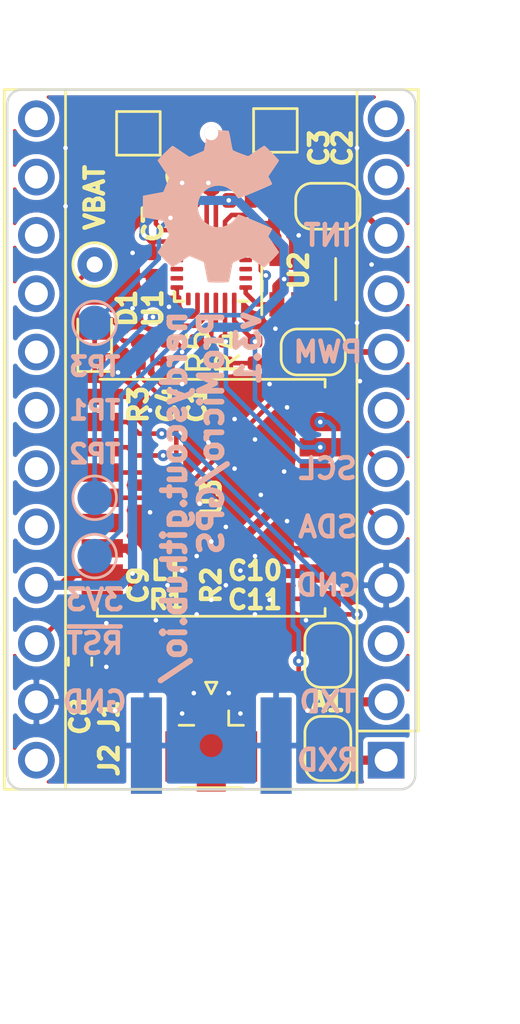
<source format=kicad_pcb>
(kicad_pcb (version 20171130) (host pcbnew 5.1.5)
  (title_block (title ProMicro_GPS) (date 2020-09-05) (rev v3.1))
  (layers (0 F.Cu mixed) (31 B.Cu mixed) (34 B.Paste user) (35 F.Paste user) (36 B.SilkS user) (37 F.SilkS user) (38 B.Mask user) (39 F.Mask user) (44 Edge.Cuts user))
  (net 0 "")
  (net 1 GND)
  (net 2 +3V3)
  (net 3 "Net-(L1-Pad1)")
  (net 4 "Net-(D1-Pad2)")
  (net 5 "Net-(C5-Pad1)")
  (net 6 "Net-(R1-Pad2)")
  (net 7 "Net-(TP1-Pad1)")
  (net 8 "Net-(TP2-Pad1)")
  (net 9 "Net-(TP3-Pad1)")
  (net 10 "Net-(JP1-Pad1)")
  (net 11 "Net-(JP2-Pad1)")
  (net 12 +1V8)
  (net 13 /INT)
  (net 14 /SCL)
  (net 15 /SDA)
  (net 16 /TXD)
  (net 17 /RXD)
  (net 18 /PWM)
  (net 19 /~RST)
  (net 20 "Net-(C10-Pad1)")
  (net 21 "Net-(C11-Pad1)")
  (net 22 "Net-(JP3-Pad1)")
  (net 23 "Net-(JP4-Pad2)")
  (net 24 "Net-(R3-Pad2)")
  (net 25 "Net-(TP4-Pad1)")
  (module Symbol:OSHW-Symbol_6.7x6mm_SilkScreen (layer B.Cu) (at 144.78 77.47 270)
    (fp_text reference LOGO2 hide)
    (fp_text value Logo_Open_Hardware_Small hide)
  )
  (module Resistor_SMD:R_0402_1005Metric (layer F.Cu) (at 145.415 83.82 90)
    (fp_text reference R5 (at 0 -1.17 90) (layer F.SilkS))
    (fp_text value 4k7)
    (pad 2 smd roundrect (at 0.485 0 90) (size 0.59 0.64) (layers F.Cu F.Paste F.Mask) (net 14 /SCL))
    (pad 1 smd roundrect (at -0.485 0 90) (size 0.59 0.64) (layers F.Cu F.Paste F.Mask) (net 2 +3V3))
  )
  (module Resistor_SMD:R_0402_1005Metric (layer F.Cu) (at 146.685 83.82 90)
    (fp_text reference R4 (at 0 -1.17 90) (layer F.SilkS))
    (fp_text value 4k7)
    (pad 2 smd roundrect (at 0.485 0 90) (size 0.59 0.64) (layers F.Cu F.Paste F.Mask) (net 15 /SDA))
    (pad 1 smd roundrect (at -0.485 0 90) (size 0.59 0.64) (layers F.Cu F.Paste F.Mask) (net 2 +3V3))
  )
  (module Module:Sparkfun_Pro_Micro (layer F.Cu) (at 152.4 101.6 180)
    (fp_text reference A1 (at 2.54 2.54 180) (layer F.SilkS) (effects (font (size 0.8 0.8) (thickness 0.2))))
    (fp_text value Sparkfun_Pro_Micro_3V3)
    (pad 24 thru_hole oval (at 15.24 0 180) (size 1.6 1.6) (drill 1) (layers *.Cu *.Mask))
    (pad 23 thru_hole oval (at 15.24 2.54 180) (size 1.6 1.6) (drill 1) (layers *.Cu *.Mask) (net 1 GND))
    (pad 22 thru_hole oval (at 15.24 5.08 180) (size 1.6 1.6) (drill 1) (layers *.Cu *.Mask) (net 19 /~RST))
    (pad 12 thru_hole oval (at 0 27.94 180) (size 1.6 1.6) (drill 1) (layers *.Cu *.Mask))
    (pad 21 thru_hole oval (at 15.24 7.62 180) (size 1.6 1.6) (drill 1) (layers *.Cu *.Mask) (net 2 +3V3))
    (pad 11 thru_hole oval (at 0 25.4 180) (size 1.6 1.6) (drill 1) (layers *.Cu *.Mask))
    (pad 20 thru_hole oval (at 15.24 10.16 180) (size 1.6 1.6) (drill 1) (layers *.Cu *.Mask))
    (pad 10 thru_hole oval (at 0 22.86 180) (size 1.6 1.6) (drill 1) (layers *.Cu *.Mask) (net 13 /INT))
    (pad 19 thru_hole oval (at 15.24 12.7 180) (size 1.6 1.6) (drill 1) (layers *.Cu *.Mask))
    (pad 9 thru_hole oval (at 0 20.32 180) (size 1.6 1.6) (drill 1) (layers *.Cu *.Mask))
    (pad 18 thru_hole oval (at 15.24 15.24 180) (size 1.6 1.6) (drill 1) (layers *.Cu *.Mask))
    (pad 8 thru_hole oval (at 0 17.78 180) (size 1.6 1.6) (drill 1) (layers *.Cu *.Mask) (net 18 /PWM))
    (pad 17 thru_hole oval (at 15.24 17.78 180) (size 1.6 1.6) (drill 1) (layers *.Cu *.Mask))
    (pad 7 thru_hole oval (at 0 15.24 180) (size 1.6 1.6) (drill 1) (layers *.Cu *.Mask))
    (pad 16 thru_hole oval (at 15.24 20.32 180) (size 1.6 1.6) (drill 1) (layers *.Cu *.Mask))
    (pad 6 thru_hole oval (at 0 12.7 180) (size 1.6 1.6) (drill 1) (layers *.Cu *.Mask) (net 14 /SCL))
    (pad 15 thru_hole oval (at 15.24 22.86 180) (size 1.6 1.6) (drill 1) (layers *.Cu *.Mask))
    (pad 5 thru_hole oval (at 0 10.16 180) (size 1.6 1.6) (drill 1) (layers *.Cu *.Mask) (net 15 /SDA))
    (pad 14 thru_hole oval (at 15.24 25.4 180) (size 1.6 1.6) (drill 1) (layers *.Cu *.Mask))
    (pad 4 thru_hole oval (at 0 7.62 180) (size 1.6 1.6) (drill 1) (layers *.Cu *.Mask) (net 1 GND))
    (pad 13 thru_hole oval (at 15.24 27.94 180) (size 1.6 1.6) (drill 1) (layers *.Cu *.Mask))
    (pad 3 thru_hole oval (at 0 5.08 180) (size 1.6 1.6) (drill 1) (layers *.Cu *.Mask))
    (pad 2 thru_hole oval (at 0 2.54 180) (size 1.6 1.6) (drill 1) (layers *.Cu *.Mask) (net 16 /TXD))
    (pad 1 thru_hole rect (at 0 0 180) (size 1.6 1.6) (drill 1) (layers *.Cu *.Mask) (net 17 /RXD))
  )
  (module MountingHole:MountingHole_2.1mm (layer F.Cu) (at 144.78 74.295)
    (fp_text reference H2 hide)
    (fp_text value MountingHole hide)
    (pad "" thru_hole circle (at 0 0) (size 0.6 0.6) (drill 0.6) (layers *.Cu *.Mask))
  )
  (module Package_TO_SOT_SMD:SOT-23-5 (layer F.Cu) (at 148.59 80.645 90)
    (fp_text reference U2 (at 0.381 0 270) (layer F.SilkS) (effects (font (size 0.8 0.8) (thickness 0.2))))
    (fp_text value AP2112K-1.8)
    (pad 5 smd rect (at 1.1 -0.95 90) (size 1.06 0.65) (layers F.Cu F.Paste F.Mask) (net 12 +1V8))
    (pad 4 smd rect (at 1.1 0.95 90) (size 1.06 0.65) (layers F.Cu F.Paste F.Mask))
    (pad 3 smd rect (at -1.1 0.95 90) (size 1.06 0.65) (layers F.Cu F.Paste F.Mask) (net 2 +3V3))
    (pad 2 smd rect (at -1.1 0 90) (size 1.06 0.65) (layers F.Cu F.Paste F.Mask) (net 1 GND))
    (pad 1 smd rect (at -1.1 -0.95 90) (size 1.06 0.65) (layers F.Cu F.Paste F.Mask) (net 2 +3V3))
  )
  (module Capacitor_SMD:C_0402_1005Metric (layer F.Cu) (at 147.574 77.724 90)
    (fp_text reference C3 (at 2.794 1.905 270) (layer F.SilkS) (effects (font (size 0.8 0.8) (thickness 0.2))))
    (fp_text value 100n)
    (pad 2 smd roundrect (at 0.485 0 90) (size 0.59 0.64) (layers F.Cu F.Paste F.Mask) (net 1 GND))
    (pad 1 smd roundrect (at -0.485 0 90) (size 0.59 0.64) (layers F.Cu F.Paste F.Mask) (net 12 +1V8))
  )
  (module Capacitor_SMD:C_0402_1005Metric (layer F.Cu) (at 150.876 80.01 90)
    (fp_text reference C2 (at 5.08 -0.381 90) (layer F.SilkS) (effects (font (size 0.8 0.8) (thickness 0.2))))
    (fp_text value 100n)
    (pad 2 smd roundrect (at 0.485 0 90) (size 0.59 0.64) (layers F.Cu F.Paste F.Mask) (net 1 GND))
    (pad 1 smd roundrect (at -0.485 0 90) (size 0.59 0.64) (layers F.Cu F.Paste F.Mask) (net 2 +3V3))
  )
  (module Capacitor_SMD:C_0402_1005Metric (layer F.Cu) (at 144.145 83.82 270)
    (fp_text reference C1 (at 2.286 0 270) (layer F.SilkS) (effects (font (size 0.8 0.8) (thickness 0.2))))
    (fp_text value 100n hide)
    (pad 2 smd roundrect (at 0.485 0 270) (size 0.59 0.64) (layers F.Cu F.Paste F.Mask) (net 1 GND))
    (pad 1 smd roundrect (at -0.485 0 270) (size 0.59 0.64) (layers F.Cu F.Paste F.Mask) (net 2 +3V3))
  )
  (module TestPoint:TestPoint_Pad_D1.5mm (layer B.Cu) (at 139.7 92.71)
    (fp_text reference TP2 (at 0 -4.445) (layer B.SilkS) (effects (font (size 0.8 0.8) (thickness 0.2)) (justify mirror)))
    (fp_text value AUX_SCL)
    (pad 1 smd circle (at 0 0) (size 1.5 1.5) (layers B.Cu B.Mask) (net 8 "Net-(TP2-Pad1)"))
  )
  (module TestPoint:TestPoint_Pad_D1.5mm (layer B.Cu) (at 139.7 90.17)
    (fp_text reference TP1 (at 0 -3.81) (layer B.SilkS) (effects (font (size 0.8 0.8) (thickness 0.2)) (justify mirror)))
    (fp_text value AUX_SDA)
    (pad 1 smd circle (at 0 0) (size 1.5 1.5) (layers B.Cu B.Mask) (net 7 "Net-(TP1-Pad1)"))
  )
  (module TestPoint:TestPoint_Pad_D1.5mm (layer B.Cu) (at 139.7 82.55)
    (fp_text reference TP3 (at 0 1.905 180) (layer B.SilkS) (effects (font (size 0.8 0.8) (thickness 0.2)) (justify mirror)))
    (fp_text value FSYNC)
    (pad 1 smd circle (at 0 0) (size 1.5 1.5) (layers B.Cu B.Mask) (net 9 "Net-(TP3-Pad1)"))
  )
  (module TestPoint:TestPoint_THTPad_D1.5mm_Drill0.7mm (layer F.Cu) (at 139.7 80.01)
    (fp_text reference TP4 hide)
    (fp_text value VBAT (at 0 -2.921 90) (layer F.SilkS) (effects (font (size 0.8 0.8) (thickness 0.2))))
    (pad 1 thru_hole circle (at 0 0) (size 1.5 1.5) (drill 0.7) (layers *.Cu *.Mask) (net 25 "Net-(TP4-Pad1)"))
  )
  (module Jumper:SolderJumper-2_P1.3mm_Open_RoundedPad1.0x1.5mm (layer F.Cu) (at 149.86 77.47)
    (fp_text reference JP1 hide)
    (fp_text value SolderJumper_2_Open hide)
    (pad 2 smd custom (at 0.65 0) (size 1 0.5) (layers F.Cu F.Mask) (net 13 /INT) (options (clearance outline) (anchor rect)) (primitives (gr_circle (center 0 0.25) (end 0.5 0.25) (width 0)) (gr_circle (center 0 -0.25) (end 0.5 -0.25) (width 0)) (gr_poly (pts (xy 0 -0.75) (xy -0.5 -0.75) (xy -0.5 0.75) (xy 0 0.75)) (width 0))))
    (pad 1 smd custom (at -0.65 0) (size 1 0.5) (layers F.Cu F.Mask) (net 10 "Net-(JP1-Pad1)") (options (clearance outline) (anchor rect)) (primitives (gr_circle (center 0 0.25) (end 0.5 0.25) (width 0)) (gr_circle (center 0 -0.25) (end 0.5 -0.25) (width 0)) (gr_poly (pts (xy 0 -0.75) (xy 0.5 -0.75) (xy 0.5 0.75) (xy 0 0.75)) (width 0))))
  )
  (module Jumper:SolderJumper-2_P1.3mm_Bridged_RoundedPad1.0x1.5mm (layer F.Cu) (at 149.86 97.028 270)
    (fp_text reference JP3 hide)
    (fp_text value Jumper_NC_Small hide)
    (fp_poly (pts (xy 0.25 -0.3) (xy -0.25 -0.3) (xy -0.25 0.3) (xy 0.25 0.3)) (layer F.Cu) (width 0))
    (pad 1 smd custom (at -0.65 0 270) (size 1 0.5) (layers F.Cu F.Mask) (net 22 "Net-(JP3-Pad1)") (options (clearance outline) (anchor rect)) (primitives (gr_circle (center 0 0.25) (end 0.5 0.25) (width 0)) (gr_circle (center 0 -0.25) (end 0.5 -0.25) (width 0)) (gr_poly (pts (xy 0 -0.75) (xy 0.5 -0.75) (xy 0.5 0.75) (xy 0 0.75)) (width 0))))
    (pad 2 smd custom (at 0.65 0 270) (size 1 0.5) (layers F.Cu F.Mask) (net 16 /TXD) (options (clearance outline) (anchor rect)) (primitives (gr_circle (center 0 0.25) (end 0.5 0.25) (width 0)) (gr_circle (center 0 -0.25) (end 0.5 -0.25) (width 0)) (gr_poly (pts (xy 0 -0.75) (xy -0.5 -0.75) (xy -0.5 0.75) (xy 0 0.75)) (width 0))))
  )
  (module Capacitor_SMD:C_0402_1005Metric (layer F.Cu) (at 142.875 83.82 270)
    (fp_text reference C4 (at 2.286 0 90) (layer F.SilkS) (effects (font (size 0.8 0.8) (thickness 0.2))))
    (fp_text value 100n hide)
    (pad 2 smd roundrect (at 0.485 0 270) (size 0.59 0.64) (layers F.Cu F.Paste F.Mask) (net 1 GND))
    (pad 1 smd roundrect (at -0.485 0 270) (size 0.59 0.64) (layers F.Cu F.Paste F.Mask) (net 2 +3V3))
  )
  (module Capacitor_SMD:C_0402_1005Metric (layer F.Cu) (at 142.24 80.01 270)
    (fp_text reference C7 (at -1.778 0 270) (layer F.SilkS) (effects (font (size 0.8 0.8) (thickness 0.2))))
    (fp_text value 100n hide)
    (pad 2 smd roundrect (at 0.485 0 270) (size 0.59 0.64) (layers F.Cu F.Paste F.Mask) (net 1 GND))
    (pad 1 smd roundrect (at -0.485 0 270) (size 0.59 0.64) (layers F.Cu F.Paste F.Mask) (net 2 +3V3))
  )
  (module Capacitor_SMD:C_0402_1005Metric (layer F.Cu) (at 141.097 97.005 270)
    (fp_text reference C9 (at -3.025 -0.508 90) (layer F.SilkS) (effects (font (size 0.8 0.8) (thickness 0.2))))
    (fp_text value 100n hide)
    (pad 2 smd roundrect (at 0.485 0 270) (size 0.59 0.64) (layers F.Cu F.Paste F.Mask) (net 1 GND))
    (pad 1 smd roundrect (at -0.485 0 270) (size 0.59 0.64) (layers F.Cu F.Paste F.Mask) (net 2 +3V3))
  )
  (module Jumper:SolderJumper-2_P1.3mm_Open_RoundedPad1.0x1.5mm (layer F.Cu) (at 149.225 83.82 180)
    (fp_text reference JP4 hide)
    (fp_text value SolderJumper_2_Open hide)
    (pad 2 smd custom (at 0.65 0 180) (size 1 0.5) (layers F.Cu F.Mask) (net 23 "Net-(JP4-Pad2)") (options (clearance outline) (anchor rect)) (primitives (gr_circle (center 0 0.25) (end 0.5 0.25) (width 0)) (gr_circle (center 0 -0.25) (end 0.5 -0.25) (width 0)) (gr_poly (pts (xy 0 -0.75) (xy -0.5 -0.75) (xy -0.5 0.75) (xy 0 0.75)) (width 0))))
    (pad 1 smd custom (at -0.65 0 180) (size 1 0.5) (layers F.Cu F.Mask) (net 18 /PWM) (options (clearance outline) (anchor rect)) (primitives (gr_circle (center 0 0.25) (end 0.5 0.25) (width 0)) (gr_circle (center 0 -0.25) (end 0.5 -0.25) (width 0)) (gr_poly (pts (xy 0 -0.75) (xy 0.5 -0.75) (xy 0.5 0.75) (xy 0 0.75)) (width 0))))
  )
  (module TestPoint:TestPoint_Pad_1.5x1.5mm (layer F.Cu) (at 147.574 74.168 90)
    (fp_text reference TP6 hide)
    (fp_text value TestPoint hide)
    (pad 1 smd rect (at 0 0 90) (size 1.5 1.5) (layers F.Cu F.Mask) (net 1 GND))
  )
  (module TestPoint:TestPoint_Pad_1.5x1.5mm (layer F.Cu) (at 141.605 74.295)
    (fp_text reference TP5 hide)
    (fp_text value TestPoint hide)
    (pad 1 smd rect (at 0 0) (size 1.5 1.5) (layers F.Cu F.Mask) (net 1 GND))
  )
  (module Capacitor_SMD:C_0402_1005Metric (layer F.Cu) (at 146.05 77.216)
    (fp_text reference C6 (at 0 -1.016 180) (layer F.SilkS) (effects (font (size 0.8 0.8) (thickness 0.2))))
    (fp_text value 10n hide)
    (pad 2 smd roundrect (at 0.485 0) (size 0.59 0.64) (layers F.Cu F.Paste F.Mask) (net 1 GND))
    (pad 1 smd roundrect (at -0.485 0) (size 0.59 0.64) (layers F.Cu F.Paste F.Mask) (net 2 +3V3))
  )
  (module Capacitor_SMD:C_0402_1005Metric (layer F.Cu) (at 143.51 77.216 180)
    (fp_text reference C5 (at 0 1.016 180) (layer F.SilkS) (effects (font (size 0.8 0.8) (thickness 0.2))))
    (fp_text value 100n hide)
    (pad 2 smd roundrect (at 0.485 0 180) (size 0.59 0.64) (layers F.Cu F.Paste F.Mask) (net 1 GND))
    (pad 1 smd roundrect (at -0.485 0 180) (size 0.59 0.64) (layers F.Cu F.Paste F.Mask) (net 5 "Net-(C5-Pad1)"))
  )
  (module Sensor_Motion:InvenSense_QFN-24_3x3mm_P0.4mm (layer F.Cu) (at 144.78 80.01 180)
    (fp_text reference U1 (at 2.54 -1.905 270) (layer F.SilkS) (effects (font (size 0.8 0.8) (thickness 0.2))))
    (fp_text value MPU-9250 hide)
    (pad 24 smd roundrect (at -1 -1.5 270) (size 0.55 0.2) (layers F.Cu F.Paste F.Mask) (net 15 /SDA))
    (pad 23 smd roundrect (at -0.6 -1.5 270) (size 0.55 0.2) (layers F.Cu F.Paste F.Mask) (net 14 /SCL))
    (pad 22 smd roundrect (at -0.2 -1.5 270) (size 0.55 0.2) (layers F.Cu F.Paste F.Mask) (net 2 +3V3))
    (pad 21 smd roundrect (at 0.2 -1.5 270) (size 0.55 0.2) (layers F.Cu F.Paste F.Mask) (net 7 "Net-(TP1-Pad1)"))
    (pad 20 smd roundrect (at 0.6 -1.5 270) (size 0.55 0.2) (layers F.Cu F.Paste F.Mask) (net 1 GND))
    (pad 19 smd roundrect (at 1 -1.5 270) (size 0.55 0.2) (layers F.Cu F.Paste F.Mask))
    (pad 18 smd roundrect (at 1.5 -1 180) (size 0.55 0.2) (layers F.Cu F.Paste F.Mask) (net 1 GND))
    (pad 17 smd roundrect (at 1.5 -0.6 180) (size 0.55 0.2) (layers F.Cu F.Paste F.Mask))
    (pad 16 smd roundrect (at 1.5 -0.2 180) (size 0.55 0.2) (layers F.Cu F.Paste F.Mask))
    (pad 15 smd roundrect (at 1.5 0.2 180) (size 0.55 0.2) (layers F.Cu F.Paste F.Mask))
    (pad 14 smd roundrect (at 1.5 0.6 180) (size 0.55 0.2) (layers F.Cu F.Paste F.Mask))
    (pad 13 smd roundrect (at 1.5 1 180) (size 0.55 0.2) (layers F.Cu F.Paste F.Mask) (net 2 +3V3))
    (pad 12 smd roundrect (at 1 1.5 270) (size 0.55 0.2) (layers F.Cu F.Paste F.Mask) (net 10 "Net-(JP1-Pad1)"))
    (pad 11 smd roundrect (at 0.6 1.5 270) (size 0.55 0.2) (layers F.Cu F.Paste F.Mask) (net 9 "Net-(TP3-Pad1)"))
    (pad 10 smd roundrect (at 0.2 1.5 270) (size 0.55 0.2) (layers F.Cu F.Paste F.Mask) (net 5 "Net-(C5-Pad1)"))
    (pad 9 smd roundrect (at -0.2 1.5 270) (size 0.55 0.2) (layers F.Cu F.Paste F.Mask) (net 2 +3V3))
    (pad 8 smd roundrect (at -0.6 1.5 270) (size 0.55 0.2) (layers F.Cu F.Paste F.Mask) (net 12 +1V8))
    (pad 7 smd roundrect (at -1 1.5 270) (size 0.55 0.2) (layers F.Cu F.Paste F.Mask) (net 8 "Net-(TP2-Pad1)"))
    (pad 6 smd roundrect (at -1.5 1 180) (size 0.55 0.2) (layers F.Cu F.Paste F.Mask))
    (pad 5 smd roundrect (at -1.5 0.6 180) (size 0.55 0.2) (layers F.Cu F.Paste F.Mask))
    (pad 4 smd roundrect (at -1.5 0.2 180) (size 0.55 0.2) (layers F.Cu F.Paste F.Mask))
    (pad 3 smd roundrect (at -1.5 -0.2 180) (size 0.55 0.2) (layers F.Cu F.Paste F.Mask))
    (pad 2 smd roundrect (at -1.5 -0.6 180) (size 0.55 0.2) (layers F.Cu F.Paste F.Mask))
    (pad 1 smd roundrect (at -1.5 -1 180) (size 0.55 0.2) (layers F.Cu F.Paste F.Mask) (net 2 +3V3))
  )
  (module Jumper:SolderJumper-2_P1.3mm_Open_RoundedPad1.0x1.5mm (layer F.Cu) (at 149.86 101.092 270)
    (fp_text reference JP2 hide)
    (fp_text value Jumper_NO_Small hide)
    (pad 2 smd custom (at 0.65 0 270) (size 1 0.5) (layers F.Cu F.Mask) (net 17 /RXD) (options (clearance outline) (anchor rect)) (primitives (gr_circle (center 0 0.25) (end 0.5 0.25) (width 0)) (gr_circle (center 0 -0.25) (end 0.5 -0.25) (width 0)) (gr_poly (pts (xy 0 -0.75) (xy -0.5 -0.75) (xy -0.5 0.75) (xy 0 0.75)) (width 0))))
    (pad 1 smd custom (at -0.65 0 270) (size 1 0.5) (layers F.Cu F.Mask) (net 11 "Net-(JP2-Pad1)") (options (clearance outline) (anchor rect)) (primitives (gr_circle (center 0 0.25) (end 0.5 0.25) (width 0)) (gr_circle (center 0 -0.25) (end 0.5 -0.25) (width 0)) (gr_poly (pts (xy 0 -0.75) (xy 0.5 -0.75) (xy 0.5 0.75) (xy 0 0.75)) (width 0))))
  )
  (module Connector_Coaxial:U.FL_Hirose_U.FL-R-SMT-1_Vertical (layer F.Cu) (at 144.78 100.965 270)
    (fp_text reference J1 (at -1.27 4.445 90) (layer F.SilkS) (effects (font (size 0.8 0.8) (thickness 0.2))))
    (fp_text value uFL)
    (pad 2 smd rect (at 0.475 -1.475 270) (size 2.2 1.05) (layers F.Cu F.Paste F.Mask) (net 1 GND))
    (pad 1 smd rect (at -1.05 0 270) (size 1.05 1) (layers F.Cu F.Paste F.Mask) (net 21 "Net-(C11-Pad1)"))
    (pad 2 smd rect (at 0.475 1.475 270) (size 2.2 1.05) (layers F.Cu F.Paste F.Mask) (net 1 GND))
  )
  (module Resistor_SMD:R_0402_1005Metric (layer F.Cu) (at 141.605 83.82 270)
    (fp_text reference R3 (at 2.286 0 90) (layer F.SilkS) (effects (font (size 0.8 0.8) (thickness 0.2))))
    (fp_text value 1k hide)
    (pad 2 smd roundrect (at 0.485 0 270) (size 0.59 0.64) (layers F.Cu F.Paste F.Mask) (net 24 "Net-(R3-Pad2)"))
    (pad 1 smd roundrect (at -0.485 0 270) (size 0.59 0.64) (layers F.Cu F.Paste F.Mask) (net 4 "Net-(D1-Pad2)"))
  )
  (module LED_SMD:LED_0603_1608Metric (layer F.Cu) (at 139.7 83.185 90)
    (fp_text reference D1 (at 1.27 1.397 270) (layer F.SilkS) (effects (font (size 0.8 0.8) (thickness 0.2))))
    (fp_text value LED hide)
    (pad 2 smd roundrect (at 0.7875 0 90) (size 0.875 0.95) (layers F.Cu F.Paste F.Mask) (net 4 "Net-(D1-Pad2)"))
    (pad 1 smd roundrect (at -0.7875 0 90) (size 0.875 0.95) (layers F.Cu F.Paste F.Mask) (net 1 GND))
  )
  (module Capacitor_SMD:C_0603_1608Metric (layer F.Cu) (at 139.065 97.3075 270)
    (fp_text reference C8 (at 2.3875 0 90) (layer F.SilkS) (effects (font (size 0.8 0.8) (thickness 0.2))))
    (fp_text value 4,7µ hide)
    (pad 2 smd roundrect (at 0.7875 0 270) (size 0.875 0.95) (layers F.Cu F.Paste F.Mask) (net 1 GND))
    (pad 1 smd roundrect (at -0.7875 0 270) (size 0.875 0.95) (layers F.Cu F.Paste F.Mask) (net 2 +3V3))
  )
  (module Resistor_SMD:R_0402_1005Metric (layer F.Cu) (at 142.875 96.52)
    (fp_text reference R1 (at -0.023 -1.905) (layer F.SilkS) (effects (font (size 0.8 0.8) (thickness 0.2))))
    (fp_text value 10 hide)
    (pad 2 smd roundrect (at 0.485 0) (size 0.59 0.64) (layers F.Cu F.Paste F.Mask) (net 6 "Net-(R1-Pad2)"))
    (pad 1 smd roundrect (at -0.485 0) (size 0.59 0.64) (layers F.Cu F.Paste F.Mask) (net 3 "Net-(L1-Pad1)"))
  )
  (module Inductor_SMD:L_0402_1005Metric (layer F.Cu) (at 142.875 97.79)
    (fp_text reference L1 (at 0 -4.445) (layer F.SilkS) (effects (font (size 0.8 0.8) (thickness 0.2))))
    (fp_text value 27n hide)
    (pad 2 smd roundrect (at 0.485 0) (size 0.59 0.64) (layers F.Cu F.Paste F.Mask) (net 21 "Net-(C11-Pad1)"))
    (pad 1 smd roundrect (at -0.485 0) (size 0.59 0.64) (layers F.Cu F.Paste F.Mask) (net 3 "Net-(L1-Pad1)"))
  )
  (module Resistor_SMD:R_0402_1005Metric (layer F.Cu) (at 144.78 97.155 90)
    (fp_text reference R2 (at 3.175 0 90) (layer F.SilkS) (effects (font (size 0.8 0.8) (thickness 0.2))))
    (fp_text value 0 hide)
    (pad 2 smd roundrect (at 0.485 0 90) (size 0.59 0.64) (layers F.Cu F.Paste F.Mask) (net 20 "Net-(C10-Pad1)"))
    (pad 1 smd roundrect (at -0.485 0 90) (size 0.59 0.64) (layers F.Cu F.Paste F.Mask) (net 21 "Net-(C11-Pad1)"))
  )
  (module Capacitor_SMD:C_0402_1005Metric (layer F.Cu) (at 146.685 97.79)
    (fp_text reference C11 (at 0 -3.175 180) (layer F.SilkS) (effects (font (size 0.8 0.8) (thickness 0.2))))
    (fp_text value DNP hide)
    (pad 2 smd roundrect (at 0.485 0) (size 0.59 0.64) (layers F.Cu F.Paste F.Mask) (net 1 GND))
    (pad 1 smd roundrect (at -0.485 0) (size 0.59 0.64) (layers F.Cu F.Paste F.Mask) (net 21 "Net-(C11-Pad1)"))
  )
  (module Capacitor_SMD:C_0402_1005Metric (layer F.Cu) (at 146.685 96.52)
    (fp_text reference C10 (at 0 -3.175 180) (layer F.SilkS) (effects (font (size 0.8 0.8) (thickness 0.2))))
    (fp_text value DNP hide)
    (pad 2 smd roundrect (at 0.485 0) (size 0.59 0.64) (layers F.Cu F.Paste F.Mask) (net 1 GND))
    (pad 1 smd roundrect (at -0.485 0) (size 0.59 0.64) (layers F.Cu F.Paste F.Mask) (net 20 "Net-(C10-Pad1)"))
  )
  (module Connector_Coaxial:SMA_Samtec_SMA-J-P-H-ST-EM1_EdgeMount (layer F.Cu) (at 144.78 100.965 270)
    (fp_text reference J2 (at 0.635 4.445 90) (layer F.SilkS) (effects (font (size 0.8 0.8) (thickness 0.2))))
    (fp_text value Coax)
    (pad 1 smd rect (at 0.2 0) (size 1.27 3.6) (layers F.Cu F.Paste F.Mask) (net 21 "Net-(C11-Pad1)"))
    (pad 2 smd rect (at 0 -2.825) (size 1.35 4.2) (layers F.Cu F.Paste F.Mask) (net 1 GND))
    (pad 2 smd rect (at 0 2.825) (size 1.35 4.2) (layers F.Cu F.Paste F.Mask) (net 1 GND))
    (pad 2 smd rect (at 0 -2.825) (size 1.35 4.2) (layers B.Cu B.Paste B.Mask) (net 1 GND))
    (pad 2 smd rect (at 0 2.825) (size 1.35 4.2) (layers B.Cu B.Paste B.Mask) (net 1 GND))
  )
  (module RF_GPS:ublox_MAX (layer F.Cu) (at 144.78 90.17)
    (fp_text reference U3 (at 0 0 90 unlocked) (layer F.SilkS) (effects (font (size 0.8 0.8) (thickness 0.2))))
    (fp_text value SIM28ML)
    (pad 1 smd rect (at -4.75 -4.4) (size 1.8 0.7) (layers F.Cu F.Paste F.Mask) (net 1 GND))
    (pad 2 smd rect (at -4.75 -3.3) (size 1.8 0.8) (layers F.Cu F.Paste F.Mask) (net 22 "Net-(JP3-Pad1)"))
    (pad 3 smd rect (at -4.75 -2.2) (size 1.8 0.8) (layers F.Cu F.Paste F.Mask) (net 11 "Net-(JP2-Pad1)"))
    (pad 4 smd rect (at -4.75 -1.1) (size 1.8 0.8) (layers F.Cu F.Paste F.Mask) (net 24 "Net-(R3-Pad2)"))
    (pad 5 smd rect (at -4.75 0) (size 1.8 0.8) (layers F.Cu F.Paste F.Mask) (net 23 "Net-(JP4-Pad2)"))
    (pad 6 smd rect (at -4.75 1.1) (size 1.8 0.8) (layers F.Cu F.Paste F.Mask) (net 25 "Net-(TP4-Pad1)"))
    (pad 7 smd rect (at -4.75 2.2) (size 1.8 0.8) (layers F.Cu F.Paste F.Mask) (net 2 +3V3))
    (pad 8 smd rect (at -4.75 3.3) (size 1.8 0.8) (layers F.Cu F.Paste F.Mask) (net 2 +3V3))
    (pad 9 smd rect (at -4.75 4.4) (size 1.8 0.7) (layers F.Cu F.Paste F.Mask) (net 19 /~RST))
    (pad 10 smd rect (at 4.75 4.4) (size 1.8 0.7) (layers F.Cu F.Paste F.Mask) (net 1 GND))
    (pad 11 smd rect (at 4.75 3.3) (size 1.8 0.8) (layers F.Cu F.Paste F.Mask) (net 20 "Net-(C10-Pad1)"))
    (pad 12 smd rect (at 4.75 2.2) (size 1.8 0.8) (layers F.Cu F.Paste F.Mask) (net 1 GND))
    (pad 13 smd rect (at 4.75 1.1) (size 1.8 0.8) (layers F.Cu F.Paste F.Mask))
    (pad 14 smd rect (at 4.75 0) (size 1.8 0.8) (layers F.Cu F.Paste F.Mask) (net 6 "Net-(R1-Pad2)"))
    (pad 15 smd rect (at 4.75 -1.1) (size 1.8 0.8) (layers F.Cu F.Paste F.Mask))
    (pad 16 smd rect (at 4.75 -2.2) (size 1.8 0.8) (layers F.Cu F.Paste F.Mask) (net 15 /SDA))
    (pad 17 smd rect (at 4.75 -3.3) (size 1.8 0.8) (layers F.Cu F.Paste F.Mask) (net 14 /SCL))
    (pad 18 smd rect (at 4.75 -4.4) (size 1.8 0.7) (layers F.Cu F.Paste F.Mask))
  )
  (gr_text INT (at 149.86 78.74) (layer B.SilkS) (effects (font (size 0.9 0.9) (thickness 0.2)) (justify mirror)))
  (gr_text PWM (at 149.86 83.82) (layer B.SilkS) (effects (font (size 0.9 0.9) (thickness 0.2)) (justify mirror)))
  (gr_text 3V3 (at 139.7 94.615) (layer B.SilkS) (effects (font (size 0.9 0.9) (thickness 0.2)) (justify mirror)))
  (gr_text ~RST (at 139.7 96.52) (layer B.SilkS) (effects (font (size 0.9 0.9) (thickness 0.2)) (justify mirror)))
  (gr_text GND (at 139.7 99.06) (layer B.SilkS) (effects (font (size 0.9 0.9) (thickness 0.2)) (justify mirror)))
  (gr_text RXD (at 149.86 101.6) (layer B.SilkS) (effects (font (size 0.9 0.9) (thickness 0.2)) (justify mirror)))
  (gr_text TXD (at 149.86 99.06) (layer B.SilkS) (effects (font (size 0.9 0.9) (thickness 0.2)) (justify mirror)))
  (gr_text GND (at 149.86 93.98) (layer B.SilkS) (effects (font (size 0.9 0.9) (thickness 0.2)) (justify mirror)))
  (gr_text SDA (at 149.86 91.44) (layer B.SilkS) (effects (font (size 0.9 0.9) (thickness 0.2)) (justify mirror)))
  (gr_text SCL (at 149.86 88.9) (layer B.SilkS) (effects (font (size 0.9 0.9) (thickness 0.2)) (justify mirror)))
  (gr_line (start 153.67 73.025) (end 153.67 102.235) (layer Edge.Cuts) (width 0.1))
  (gr_text "nerdyscout.github.io/\nProMicro/GPS\nv3.1" (at 144.78 81.915 90) (layer B.SilkS) (effects (font (size 1 1) (thickness 0.25)) (justify left mirror)))
  (gr_arc (start 136.525 102.235) (end 135.89 102.235) (angle -90) (layer Edge.Cuts) (width 0.1))
  (gr_arc (start 136.525 73.025) (end 136.525 72.39) (angle -90) (layer Edge.Cuts) (width 0.1))
  (gr_arc (start 153.035 73.025) (end 153.67 73.025) (angle -90) (layer Edge.Cuts) (width 0.1))
  (gr_arc (start 153.035 102.235) (end 153.035 102.87) (angle -90) (layer Edge.Cuts) (width 0.1))
  (gr_line (start 136.525 72.39) (end 153.035 72.39) (layer Edge.Cuts) (width 0.1))
  (gr_line (start 135.89 102.235) (end 135.89 73.025) (layer Edge.Cuts) (width 0.1))
  (gr_line (start 153.035 102.87) (end 136.525 102.87) (layer Edge.Cuts) (width 0.1))
  (via (at 140.716 84.709) (size 0.45) (drill 0.2) (layers F.Cu B.Cu) (net 1))
  (via (at 144.018 98.679) (size 0.5) (drill 0.2) (layers F.Cu B.Cu) (net 1))
  (via (at 145.542 98.679) (size 0.5) (drill 0.2) (layers F.Cu B.Cu) (net 1))
  (via (at 146.05 99.568) (size 0.5) (drill 0.2) (layers F.Cu B.Cu) (net 1))
  (via (at 143.51 99.568) (size 0.5) (drill 0.2) (layers F.Cu B.Cu) (net 1))
  (via (at 148.082 91.186) (size 0.5) (drill 0.2) (layers F.Cu B.Cu) (net 1))
  (via (at 144.145 95.25) (size 0.5) (drill 0.2) (layers F.Cu B.Cu) (net 1))
  (via (at 142.367 95.504) (size 0.5) (drill 0.2) (layers F.Cu B.Cu) (net 1))
  (via (at 140.208 97.536) (size 0.5) (drill 0.2) (layers F.Cu B.Cu) (net 1))
  (via (at 144.272 90.424) (size 0.5) (drill 0.2) (layers F.Cu B.Cu) (net 1))
  (via (at 145.415 91.44) (size 0.5) (drill 0.2) (layers F.Cu B.Cu) (net 1))
  (via (at 151.257 85.09) (size 0.5) (drill 0.2) (layers F.Cu B.Cu) (net 1))
  (via (at 146.939 90.043) (size 0.5) (drill 0.2) (layers F.Cu B.Cu) (net 1))
  (via (at 145.796 88.9) (size 0.5) (drill 0.2) (layers F.Cu B.Cu) (net 1))
  (via (at 146.685 92.71) (size 0.5) (drill 0.2) (layers F.Cu B.Cu) (net 1))
  (via (at 142.875 93.98) (size 0.5) (drill 0.2) (layers F.Cu B.Cu) (net 1))
  (via (at 144.78 94.615) (size 0.5) (drill 0.2) (layers F.Cu B.Cu) (net 1))
  (via (at 145.415 93.98) (size 0.5) (drill 0.2) (layers F.Cu B.Cu) (net 1))
  (via (at 146.05 93.345) (size 0.5) (drill 0.2) (layers F.Cu B.Cu) (net 1))
  (via (at 144.78 92.075) (size 0.5) (drill 0.2) (layers F.Cu B.Cu) (net 1))
  (via (at 144.145 92.71) (size 0.5) (drill 0.2) (layers F.Cu B.Cu) (net 1))
  (via (at 143.51 93.345) (size 0.5) (drill 0.2) (layers F.Cu B.Cu) (net 1))
  (via (at 146.685 95.25) (size 0.5) (drill 0.2) (layers F.Cu B.Cu) (net 1))
  (via (at 147.32 94.615) (size 0.5) (drill 0.2) (layers F.Cu B.Cu) (net 1))
  (via (at 147.955 89.027) (size 0.5) (drill 0.2) (layers F.Cu B.Cu) (net 1))
  (via (at 148.971 99.441) (size 0.5) (drill 0.2) (layers F.Cu B.Cu) (net 1))
  (via (at 140.589 99.441) (size 0.5) (drill 0.2) (layers F.Cu B.Cu) (net 1))
  (via (at 148.082 86.233) (size 0.5) (drill 0.2) (layers F.Cu B.Cu) (net 1))
  (via (at 144.653 87.757) (size 0.5) (drill 0.2) (layers F.Cu B.Cu) (net 1))
  (via (at 140.208 95.631) (size 0.5) (drill 0.2) (layers F.Cu B.Cu) (net 1))
  (via (at 148.9075 95.504) (size 0.5) (drill 0.2) (layers F.Cu B.Cu) (net 1))
  (via (at 142.9385 81.8515) (size 0.45) (drill 0.2) (layers F.Cu B.Cu) (net 1))
  (via (at 142.113 86.36) (size 0.45) (drill 0.2) (layers F.Cu B.Cu) (net 1))
  (via (at 142.113 90.805) (size 0.45) (drill 0.2) (layers F.Cu B.Cu) (net 1))
  (via (at 143.51 85.217) (size 0.45) (drill 0.2) (layers F.Cu B.Cu) (net 1))
  (via (at 145.796 86.741) (size 0.45) (drill 0.2) (layers F.Cu B.Cu) (net 1))
  (via (at 146.685 87.63) (size 0.45) (drill 0.2) (layers F.Cu B.Cu) (net 1))
  (via (at 147.32 85.217) (size 0.45) (drill 0.2) (layers F.Cu B.Cu) (net 1))
  (via (at 147.574 82.804) (size 0.45) (drill 0.2) (layers F.Cu B.Cu) (net 1))
  (via (at 143.51 76.454) (size 0.45) (drill 0.2) (layers F.Cu B.Cu) (net 1))
  (via (at 144.653 76.454) (size 0.45) (drill 0.2) (layers F.Cu B.Cu) (net 1))
  (via (at 151.765 80.01) (size 0.45) (drill 0.2) (layers F.Cu B.Cu) (net 1))
  (via (at 148.59 78.74) (size 0.45) (drill 0.2) (layers F.Cu B.Cu) (net 1))
  (via (at 141.351 81.915) (size 0.45) (drill 0.2) (layers F.Cu B.Cu) (net 1))
  (via (at 138.43 77.47) (size 0.45) (drill 0.2) (layers F.Cu B.Cu) (net 1))
  (via (at 138.43 74.93) (size 0.45) (drill 0.2) (layers F.Cu B.Cu) (net 1))
  (via (at 151.13 74.93) (size 0.45) (drill 0.2) (layers F.Cu B.Cu) (net 1))
  (via (at 151.13 82.55) (size 0.45) (drill 0.2) (layers F.Cu B.Cu) (net 1))
  (via (at 141.351 79.502) (size 0.45) (drill 0.2) (layers F.Cu B.Cu) (net 1))
  (segment (start 138.29137 93.98) (end 137.16 93.98) (width 0.4) (layer F.Cu) (net 2))
  (segment (start 140.03 93.47) (end 138.80137 93.47) (width 0.4) (layer F.Cu) (net 2))
  (segment (start 138.80137 93.47) (end 138.29137 93.98) (width 0.4) (layer F.Cu) (net 2))
  (segment (start 141.097 96.52) (end 140.208 96.52) (width 0.4) (layer F.Cu) (net 2))
  (segment (start 140.208 96.52) (end 139.065 96.52) (width 0.4) (layer F.Cu) (net 2))
  (via (at 141.348994 93.47) (size 0.5) (drill 0.2) (layers F.Cu B.Cu) (net 2))
  (segment (start 137.16 93.98) (end 140.838994 93.98) (width 0.4) (layer B.Cu) (net 2))
  (segment (start 140.838994 93.98) (end 141.098995 93.719999) (width 0.4) (layer B.Cu) (net 2))
  (segment (start 141.097 96.52) (end 141.097 96.125) (width 0.4) (layer F.Cu) (net 2))
  (segment (start 141.098995 93.719999) (end 141.348994 93.47) (width 0.4) (layer B.Cu) (net 2))
  (segment (start 141.348994 95.873006) (end 141.348994 93.47) (width 0.4) (layer F.Cu) (net 2))
  (segment (start 141.097 96.125) (end 141.348994 95.873006) (width 0.4) (layer F.Cu) (net 2))
  (segment (start 141.13 92.37) (end 140.03 92.37) (width 0.4) (layer F.Cu) (net 2))
  (segment (start 141.351 92.591) (end 141.13 92.37) (width 0.4) (layer F.Cu) (net 2))
  (segment (start 141.351 93.216) (end 141.351 92.591) (width 0.4) (layer F.Cu) (net 2))
  (segment (start 141.348994 93.218006) (end 141.348994 93.47) (width 0.4) (layer F.Cu) (net 2))
  (segment (start 141.348994 93.47) (end 139.956 93.47) (width 0.4) (layer F.Cu) (net 2))
  (via (at 145.542 77.216) (size 0.45) (drill 0.2) (layers F.Cu B.Cu) (net 2))
  (segment (start 145.161 77.216) (end 144.98 77.397) (width 0.2) (layer F.Cu) (net 2))
  (segment (start 144.98 77.397) (end 144.98 78.51) (width 0.2) (layer F.Cu) (net 2))
  (segment (start 145.542 77.216) (end 145.161 77.216) (width 0.2) (layer F.Cu) (net 2))
  (segment (start 146.28 81.256) (end 146.28 81.01) (width 0.2) (layer F.Cu) (net 2))
  (segment (start 146.769 81.745) (end 146.28 81.256) (width 0.2) (layer F.Cu) (net 2))
  (segment (start 147.64 81.745) (end 146.769 81.745) (width 0.2) (layer F.Cu) (net 2))
  (segment (start 146.685 84.305) (end 146.073 84.305) (width 0.2) (layer F.Cu) (net 2))
  (segment (start 145.415 84.305) (end 146.073 84.305) (width 0.2) (layer F.Cu) (net 2))
  (segment (start 144.757 83.335) (end 144.145 83.335) (width 0.2) (layer F.Cu) (net 2))
  (segment (start 144.78 83.312) (end 144.757 83.335) (width 0.2) (layer F.Cu) (net 2))
  (segment (start 144.78 84.074) (end 144.78 83.312) (width 0.2) (layer F.Cu) (net 2))
  (segment (start 145.415 84.305) (end 145.011 84.305) (width 0.2) (layer F.Cu) (net 2))
  (segment (start 145.011 84.305) (end 144.78 84.074) (width 0.2) (layer F.Cu) (net 2))
  (segment (start 144.145 83.335) (end 143.825 83.335) (width 0.2) (layer F.Cu) (net 2))
  (segment (start 143.195 83.335) (end 143.51 83.65) (width 0.2) (layer F.Cu) (net 2))
  (segment (start 143.825 83.335) (end 143.51 83.65) (width 0.2) (layer F.Cu) (net 2))
  (segment (start 142.875 83.335) (end 143.195 83.335) (width 0.2) (layer F.Cu) (net 2))
  (segment (start 143.51 83.65) (end 143.51 83.82) (width 0.2) (layer F.Cu) (net 2))
  (via (at 143.51 83.82) (size 0.45) (drill 0.2) (layers F.Cu B.Cu) (net 2))
  (segment (start 141.351 85.979) (end 143.51 83.82) (width 0.4) (layer B.Cu) (net 2))
  (segment (start 141.351 86.36) (end 141.351 85.979) (width 0.4) (layer B.Cu) (net 2))
  (segment (start 141.348994 86.362006) (end 141.351 86.36) (width 0.4) (layer B.Cu) (net 2))
  (segment (start 141.348994 93.47) (end 141.348994 86.362006) (width 0.4) (layer B.Cu) (net 2))
  (segment (start 144.78 83.185) (end 144.78 83.312) (width 0.2) (layer F.Cu) (net 2))
  (segment (start 144.78 82.931) (end 144.78 83.185) (width 0.2) (layer F.Cu) (net 2))
  (segment (start 144.98 82.731) (end 144.78 82.931) (width 0.2) (layer F.Cu) (net 2))
  (segment (start 144.98 81.51) (end 144.98 82.731) (width 0.2) (layer F.Cu) (net 2))
  (segment (start 147.955 80.645) (end 149.352 80.645) (width 0.4) (layer F.Cu) (net 2))
  (segment (start 147.64 80.96) (end 147.955 80.645) (width 0.4) (layer F.Cu) (net 2))
  (segment (start 147.64 81.745) (end 147.64 80.96) (width 0.4) (layer F.Cu) (net 2))
  (segment (start 150.114 80.518) (end 150.853 80.518) (width 0.4) (layer F.Cu) (net 2))
  (segment (start 149.987 80.645) (end 150.114 80.518) (width 0.4) (layer F.Cu) (net 2))
  (segment (start 150.853 80.518) (end 150.876 80.495) (width 0.4) (layer F.Cu) (net 2))
  (segment (start 149.352 80.645) (end 149.987 80.645) (width 0.4) (layer F.Cu) (net 2))
  (segment (start 149.54 80.711) (end 149.606 80.645) (width 0.4) (layer F.Cu) (net 2))
  (segment (start 149.54 81.745) (end 149.54 80.711) (width 0.4) (layer F.Cu) (net 2))
  (via (at 147.955 80.645) (size 0.45) (drill 0.2) (layers F.Cu B.Cu) (net 2))
  (segment (start 146.3675 82.7405) (end 147.955 81.153) (width 0.4) (layer B.Cu) (net 2))
  (segment (start 144.5895 82.7405) (end 146.3675 82.7405) (width 0.4) (layer B.Cu) (net 2))
  (segment (start 143.51 83.82) (end 144.5895 82.7405) (width 0.4) (layer B.Cu) (net 2))
  (segment (start 147.955 81.153) (end 147.955 80.645) (width 0.4) (layer B.Cu) (net 2))
  (segment (start 142.875 77.216) (end 141.859 78.232) (width 0.4) (layer B.Cu) (net 2))
  (segment (start 145.542 77.216) (end 142.875 77.216) (width 0.4) (layer B.Cu) (net 2))
  (segment (start 141.859 78.421802) (end 141.859 78.74) (width 0.4) (layer B.Cu) (net 2))
  (segment (start 141.859 78.232) (end 141.859 78.421802) (width 0.4) (layer B.Cu) (net 2))
  (via (at 141.859 78.74) (size 0.45) (drill 0.2) (layers F.Cu B.Cu) (net 2))
  (segment (start 142.129 79.01) (end 141.859 78.74) (width 0.2) (layer F.Cu) (net 2))
  (segment (start 142.256 79.01) (end 142.256 79.486) (width 0.2) (layer F.Cu) (net 2))
  (segment (start 143.28 79.01) (end 142.256 79.01) (width 0.2) (layer F.Cu) (net 2))
  (segment (start 142.256 79.01) (end 142.129 79.01) (width 0.2) (layer F.Cu) (net 2))
  (segment (start 145.923 77.216) (end 145.542 77.216) (width 0.4) (layer B.Cu) (net 2))
  (segment (start 147.955 79.248) (end 145.923 77.216) (width 0.4) (layer B.Cu) (net 2))
  (segment (start 147.955 80.645) (end 147.955 79.248) (width 0.4) (layer B.Cu) (net 2))
  (segment (start 142.39 97.79) (end 142.39 97.305) (width 0.4) (layer F.Cu) (net 3))
  (segment (start 142.39 96.52) (end 142.39 97.305) (width 0.4) (layer F.Cu) (net 3))
  (segment (start 140.4365 82.3975) (end 139.7 82.3975) (width 0.2) (layer F.Cu) (net 4))
  (segment (start 140.716 82.677) (end 140.4365 82.3975) (width 0.2) (layer F.Cu) (net 4))
  (segment (start 140.716 83.1025) (end 140.716 82.677) (width 0.2) (layer F.Cu) (net 4))
  (segment (start 140.9485 83.335) (end 140.716 83.1025) (width 0.2) (layer F.Cu) (net 4))
  (segment (start 141.605 83.335) (end 140.9485 83.335) (width 0.2) (layer F.Cu) (net 4))
  (segment (start 144.58 77.397) (end 144.399 77.216) (width 0.2) (layer F.Cu) (net 5))
  (segment (start 144.58 78.51) (end 144.58 77.397) (width 0.2) (layer F.Cu) (net 5))
  (segment (start 143.995 77.216) (end 144.399 77.216) (width 0.2) (layer F.Cu) (net 5))
  (segment (start 147.955 90.17) (end 149.53 90.17) (width 0.4) (layer F.Cu) (net 6))
  (segment (start 143.36 96.52) (end 143.36 94.765) (width 0.4) (layer F.Cu) (net 6))
  (segment (start 143.36 94.765) (end 147.955 90.17) (width 0.4) (layer F.Cu) (net 6))
  (via (at 142.24 82.296) (size 0.45) (drill 0.2) (layers F.Cu B.Cu) (net 7))
  (segment (start 139.7 90.17) (end 139.7 84.836) (width 0.2) (layer B.Cu) (net 7))
  (segment (start 139.7 84.836) (end 142.015001 82.520999) (width 0.2) (layer B.Cu) (net 7))
  (segment (start 142.015001 82.520999) (end 142.24 82.296) (width 0.2) (layer B.Cu) (net 7))
  (segment (start 142.621 82.677) (end 142.24 82.296) (width 0.2) (layer F.Cu) (net 7))
  (segment (start 144.145 82.677) (end 142.621 82.677) (width 0.2) (layer F.Cu) (net 7))
  (segment (start 144.58 82.242) (end 144.145 82.677) (width 0.2) (layer F.Cu) (net 7))
  (segment (start 144.58 81.51) (end 144.58 82.242) (width 0.2) (layer F.Cu) (net 7))
  (via (at 147.158717 80.483662) (size 0.45) (drill 0.2) (layers F.Cu B.Cu) (net 8))
  (segment (start 140.843 91.567) (end 139.7 92.71) (width 0.2) (layer B.Cu) (net 8))
  (segment (start 140.843 85.725) (end 140.843 91.567) (width 0.2) (layer B.Cu) (net 8))
  (segment (start 144.35299 82.21501) (end 140.843 85.725) (width 0.2) (layer B.Cu) (net 8))
  (segment (start 146.185868 82.21501) (end 144.35299 82.21501) (width 0.2) (layer B.Cu) (net 8))
  (segment (start 147.158717 81.242161) (end 146.185868 82.21501) (width 0.2) (layer B.Cu) (net 8))
  (segment (start 147.158717 80.483662) (end 147.158717 81.242161) (width 0.2) (layer B.Cu) (net 8))
  (segment (start 146.939 80.263945) (end 147.158717 80.483662) (width 0.2) (layer F.Cu) (net 8))
  (segment (start 146.54999 78.51) (end 146.939 78.89901) (width 0.2) (layer F.Cu) (net 8))
  (segment (start 146.939 78.89901) (end 146.939 80.263945) (width 0.2) (layer F.Cu) (net 8))
  (segment (start 145.78 78.51) (end 146.54999 78.51) (width 0.2) (layer F.Cu) (net 8))
  (segment (start 144.18 78.51) (end 144.18 78.14) (width 0.2) (layer F.Cu) (net 9))
  (segment (start 143.97499 77.93499) (end 143.42601 77.93499) (width 0.2) (layer F.Cu) (net 9))
  (segment (start 144.18 78.14) (end 143.97499 77.93499) (width 0.2) (layer F.Cu) (net 9))
  (via (at 143.002 77.978) (size 0.45) (drill 0.2) (layers F.Cu B.Cu) (net 9))
  (segment (start 143.383 77.978) (end 143.002 77.978) (width 0.2) (layer F.Cu) (net 9))
  (segment (start 143.42601 77.93499) (end 143.383 77.978) (width 0.2) (layer F.Cu) (net 9))
  (segment (start 143.002 77.978) (end 142.494 78.486) (width 0.2) (layer B.Cu) (net 9))
  (segment (start 142.494 78.486) (end 142.494 79.756) (width 0.2) (layer B.Cu) (net 9))
  (segment (start 142.494 79.756) (end 139.7 82.55) (width 0.2) (layer B.Cu) (net 9))
  (segment (start 148.463 75.819) (end 149.225 76.581) (width 0.2) (layer F.Cu) (net 10))
  (segment (start 143.002 75.819) (end 148.463 75.819) (width 0.2) (layer F.Cu) (net 10))
  (segment (start 142.367 76.454) (end 143.002 75.819) (width 0.2) (layer F.Cu) (net 10))
  (segment (start 142.367 78.232) (end 142.367 76.454) (width 0.2) (layer F.Cu) (net 10))
  (segment (start 142.645 78.51) (end 142.367 78.232) (width 0.2) (layer F.Cu) (net 10))
  (segment (start 149.225 76.581) (end 149.225 77.47) (width 0.2) (layer F.Cu) (net 10))
  (segment (start 143.78 78.51) (end 142.645 78.51) (width 0.2) (layer F.Cu) (net 10))
  (segment (start 142.330947 88.3285) (end 142.6845 88.3285) (width 0.2) (layer F.Cu) (net 11))
  (segment (start 141.13 87.97) (end 141.4885 88.3285) (width 0.2) (layer F.Cu) (net 11))
  (segment (start 141.4885 88.3285) (end 142.330947 88.3285) (width 0.2) (layer F.Cu) (net 11))
  (segment (start 140.03 87.97) (end 141.13 87.97) (width 0.2) (layer F.Cu) (net 11))
  (via (at 142.6845 88.3285) (size 0.5) (drill 0.2) (layers F.Cu B.Cu) (net 11))
  (segment (start 148.59 97.635553) (end 148.59 97.282) (width 0.2) (layer F.Cu) (net 11))
  (segment (start 148.59 97.889553) (end 148.59 97.635553) (width 0.2) (layer F.Cu) (net 11))
  (segment (start 149.86 99.159553) (end 148.59 97.889553) (width 0.2) (layer F.Cu) (net 11))
  (segment (start 149.86 100.3) (end 149.86 99.159553) (width 0.2) (layer F.Cu) (net 11))
  (via (at 148.59 97.282) (size 0.5) (drill 0.2) (layers F.Cu B.Cu) (net 11))
  (segment (start 148.59 96.012) (end 148.59 97.282) (width 0.2) (layer B.Cu) (net 11))
  (segment (start 148.340001 95.762001) (end 148.59 96.012) (width 0.2) (layer B.Cu) (net 11))
  (segment (start 148.340001 93.095001) (end 148.340001 95.762001) (width 0.2) (layer B.Cu) (net 11))
  (segment (start 143.5735 88.3285) (end 148.340001 93.095001) (width 0.2) (layer B.Cu) (net 11))
  (segment (start 142.6845 88.3285) (end 143.5735 88.3285) (width 0.2) (layer B.Cu) (net 11))
  (segment (start 145.669 77.851) (end 146.558 77.851) (width 0.2) (layer F.Cu) (net 12))
  (segment (start 145.38 78.14) (end 145.669 77.851) (width 0.2) (layer F.Cu) (net 12))
  (segment (start 145.38 78.51) (end 145.38 78.14) (width 0.2) (layer F.Cu) (net 12))
  (segment (start 146.916 78.209) (end 146.558 77.851) (width 0.2) (layer F.Cu) (net 12))
  (segment (start 147.574 78.209) (end 146.916 78.209) (width 0.2) (layer F.Cu) (net 12))
  (segment (start 147.64 79.545) (end 147.64 78.806) (width 0.4) (layer F.Cu) (net 12))
  (segment (start 147.574 78.74) (end 147.574 78.232) (width 0.4) (layer F.Cu) (net 12))
  (segment (start 147.64 78.806) (end 147.574 78.74) (width 0.4) (layer F.Cu) (net 12))
  (segment (start 151.13 77.47) (end 150.495 77.47) (width 0.25) (layer F.Cu) (net 13))
  (segment (start 152.4 78.74) (end 151.13 77.47) (width 0.25) (layer F.Cu) (net 13))
  (segment (start 151.003 87.503) (end 152.4 88.9) (width 0.2) (layer F.Cu) (net 14))
  (via (at 149.53 86.87) (size 0.5) (drill 0.2) (layers F.Cu B.Cu) (net 14))
  (segment (start 150.878 86.87) (end 151.003 86.995) (width 0.2) (layer F.Cu) (net 14))
  (segment (start 149.53 86.87) (end 150.878 86.87) (width 0.2) (layer F.Cu) (net 14))
  (segment (start 151.003 86.995) (end 151.003 87.503) (width 0.2) (layer F.Cu) (net 14))
  (via (at 145.415 83.36551) (size 0.45) (drill 0.2) (layers F.Cu B.Cu) (net 14))
  (segment (start 145.415 85.344) (end 145.415 83.683708) (width 0.2) (layer B.Cu) (net 14))
  (segment (start 145.415 83.683708) (end 145.415 83.36551) (width 0.2) (layer B.Cu) (net 14))
  (segment (start 149.7965 88.5825) (end 148.6535 88.5825) (width 0.2) (layer B.Cu) (net 14))
  (segment (start 150.114 88.265) (end 149.7965 88.5825) (width 0.2) (layer B.Cu) (net 14))
  (segment (start 150.114 87.122) (end 150.114 88.265) (width 0.2) (layer B.Cu) (net 14))
  (segment (start 148.6535 88.5825) (end 145.415 85.344) (width 0.2) (layer B.Cu) (net 14))
  (segment (start 149.862 86.87) (end 150.114 87.122) (width 0.2) (layer B.Cu) (net 14))
  (segment (start 149.53 86.87) (end 149.862 86.87) (width 0.2) (layer B.Cu) (net 14))
  (segment (start 145.38 81.51) (end 145.38 83.33051) (width 0.2) (layer F.Cu) (net 14))
  (segment (start 151.003 88.343) (end 151.003 90.043) (width 0.2) (layer F.Cu) (net 15))
  (via (at 149.53 87.97) (size 0.5) (drill 0.2) (layers F.Cu B.Cu) (net 15))
  (segment (start 150.63 87.97) (end 151.003 88.343) (width 0.2) (layer F.Cu) (net 15))
  (segment (start 149.53 87.97) (end 150.63 87.97) (width 0.2) (layer F.Cu) (net 15))
  (segment (start 151.003 90.043) (end 152.4 91.44) (width 0.2) (layer F.Cu) (net 15))
  (via (at 146.685 83.36551) (size 0.45) (drill 0.2) (layers F.Cu B.Cu) (net 15))
  (segment (start 146.685 83.335) (end 146.685 83.36551) (width 0.2) (layer F.Cu) (net 15))
  (segment (start 146.685 85.904002) (end 146.685 83.36551) (width 0.2) (layer B.Cu) (net 15))
  (segment (start 148.750998 87.97) (end 146.685 85.904002) (width 0.2) (layer B.Cu) (net 15))
  (segment (start 149.53 87.97) (end 148.750998 87.97) (width 0.2) (layer B.Cu) (net 15))
  (segment (start 146.67501 83.36551) (end 146.685 83.36551) (width 0.2) (layer F.Cu) (net 15))
  (segment (start 145.78 82.4705) (end 146.67501 83.36551) (width 0.2) (layer F.Cu) (net 15))
  (segment (start 145.78 81.51) (end 145.78 82.4705) (width 0.2) (layer F.Cu) (net 15))
  (segment (start 149.86 97.805) (end 149.86 98.425) (width 0.4) (layer F.Cu) (net 16))
  (segment (start 149.86 98.425) (end 150.495 99.06) (width 0.4) (layer F.Cu) (net 16))
  (segment (start 150.495 99.06) (end 152.4 99.06) (width 0.4) (layer F.Cu) (net 16))
  (segment (start 152.4 101.6) (end 149.86 101.6) (width 0.4) (layer F.Cu) (net 17))
  (segment (start 149.875 83.82) (end 152.4 83.82) (width 0.25) (layer F.Cu) (net 18))
  (segment (start 138.176 95.504) (end 137.16 96.52) (width 0.2) (layer F.Cu) (net 19))
  (segment (start 140.03 94.57) (end 139.11 94.57) (width 0.2) (layer F.Cu) (net 19))
  (segment (start 139.11 94.57) (end 138.176 95.504) (width 0.2) (layer F.Cu) (net 19))
  (segment (start 144.78 96.67) (end 144.78 95.885) (width 0.4) (layer F.Cu) (net 20))
  (segment (start 147.195 93.47) (end 144.78 95.885) (width 0.4) (layer F.Cu) (net 20))
  (segment (start 149.53 93.47) (end 147.195 93.47) (width 0.4) (layer F.Cu) (net 20))
  (segment (start 146.2 96.52) (end 145.415 96.52) (width 0.4) (layer F.Cu) (net 20))
  (segment (start 145.265 96.67) (end 145.415 96.52) (width 0.4) (layer F.Cu) (net 20))
  (segment (start 144.78 96.67) (end 145.265 96.67) (width 0.4) (layer F.Cu) (net 20))
  (segment (start 143.891 97.79) (end 143.36 97.79) (width 0.4) (layer F.Cu) (net 21))
  (segment (start 144.018 97.79) (end 143.891 97.79) (width 0.4) (layer F.Cu) (net 21))
  (segment (start 144.168 97.64) (end 144.018 97.79) (width 0.4) (layer F.Cu) (net 21))
  (segment (start 144.78 97.64) (end 144.168 97.64) (width 0.4) (layer F.Cu) (net 21))
  (segment (start 145.415 97.663) (end 144.78 97.663) (width 0.4) (layer F.Cu) (net 21))
  (segment (start 145.542 97.79) (end 145.415 97.663) (width 0.4) (layer F.Cu) (net 21))
  (segment (start 146.2 97.79) (end 145.542 97.79) (width 0.4) (layer F.Cu) (net 21))
  (segment (start 144.78 97.663) (end 144.78 99.915) (width 0.4) (layer F.Cu) (net 21))
  (via (at 151.13 95.25) (size 0.5) (drill 0.2) (layers F.Cu B.Cu) (net 22))
  (segment (start 150.495 95.25) (end 151.13 95.25) (width 0.2) (layer F.Cu) (net 22))
  (segment (start 149.86 96.505) (end 149.86 95.885) (width 0.2) (layer F.Cu) (net 22))
  (segment (start 149.86 95.885) (end 150.495 95.25) (width 0.2) (layer F.Cu) (net 22))
  (segment (start 141.636 87.376) (end 142.621 87.376) (width 0.2) (layer F.Cu) (net 22))
  (segment (start 141.13 86.87) (end 141.636 87.376) (width 0.2) (layer F.Cu) (net 22))
  (segment (start 140.03 86.87) (end 141.13 86.87) (width 0.2) (layer F.Cu) (net 22))
  (via (at 142.621 87.376) (size 0.5) (drill 0.2) (layers F.Cu B.Cu) (net 22))
  (segment (start 143.256 87.376) (end 142.621 87.376) (width 0.2) (layer B.Cu) (net 22))
  (segment (start 151.13 95.25) (end 143.256 87.376) (width 0.2) (layer B.Cu) (net 22))
  (segment (start 143.256 90.17) (end 140.03 90.17) (width 0.2) (layer F.Cu) (net 23))
  (segment (start 147.955 84.6455) (end 147.955 85.471) (width 0.2) (layer F.Cu) (net 23))
  (segment (start 148.575 84.0255) (end 147.955 84.6455) (width 0.2) (layer F.Cu) (net 23))
  (segment (start 147.955 85.471) (end 143.256 90.17) (width 0.2) (layer F.Cu) (net 23))
  (segment (start 148.575 83.82) (end 148.575 84.0255) (width 0.2) (layer F.Cu) (net 23))
  (segment (start 141.605 84.798502) (end 141.605 84.455) (width 0.2) (layer F.Cu) (net 24))
  (segment (start 143.256 86.449502) (end 141.605 84.798502) (width 0.2) (layer F.Cu) (net 24))
  (segment (start 143.256 88.773) (end 143.256 86.449502) (width 0.2) (layer F.Cu) (net 24))
  (segment (start 142.959 89.07) (end 143.256 88.773) (width 0.2) (layer F.Cu) (net 24))
  (segment (start 140.03 89.07) (end 142.959 89.07) (width 0.2) (layer F.Cu) (net 24))
  (segment (start 138.43 90.77) (end 138.43 81.28) (width 0.2) (layer F.Cu) (net 25))
  (segment (start 140.03 91.27) (end 138.93 91.27) (width 0.2) (layer F.Cu) (net 25))
  (segment (start 138.93 91.27) (end 138.43 90.77) (width 0.2) (layer F.Cu) (net 25))
  (segment (start 138.43 81.28) (end 139.7 80.01) (width 0.2) (layer F.Cu) (net 25))
  (zone (net 1) (net_name GND) (layer F.Cu) (connect_pads (clearance 0.2)) (min_thickness 0.15) (fill yes (arc_segments 32) (thermal_gap 0.25) (thermal_bridge_width 0.2))
    (polygon (pts (xy 135.89 72.39) (xy 153.67 72.39) (xy 153.669998 102.87) (xy 135.89 102.87)))
  )
  (zone (net 1) (net_name GND) (layer B.Cu) (connect_pads (clearance 0.2)) (min_thickness 0.2) (fill yes (arc_segments 32) (thermal_gap 0.2) (thermal_bridge_width 0.25))
    (polygon (pts (xy 135.89 72.39) (xy 153.67 72.39) (xy 153.669998 102.87) (xy 135.89 102.87)))
  )
  (zone (net 0) (net_name "") (layer B.Cu) (connect_pads (clearance 0.254)) (min_thickness 0.254)
    (keepout (tracks not_allowed) (vias not_allowed) (copperpour not_allowed))
    (fill (arc_segments 32) (thermal_gap 0.508) (thermal_bridge_width 0.508))
    (polygon (pts (xy 146.685 81.28) (xy 146.05 81.915) (xy 143.51 81.915) (xy 142.875 81.28) (xy 142.875 78.74) (xy 143.51 78.105) (xy 146.05 78.105) (xy 146.685 78.74)))
  )
  (zone (net 0) (net_name "") (layer F.Cu) (connect_pads (clearance 0.2)) (min_thickness 0.15)
    (keepout (tracks allowed) (vias allowed) (copperpour not_allowed))
    (fill (arc_segments 32) (thermal_gap 0.2) (thermal_bridge_width 0.2))
    (polygon (pts (xy 143.51 78.74) (xy 146.05 78.74) (xy 146.05 81.28) (xy 143.51 81.28)))
  )
)
</source>
